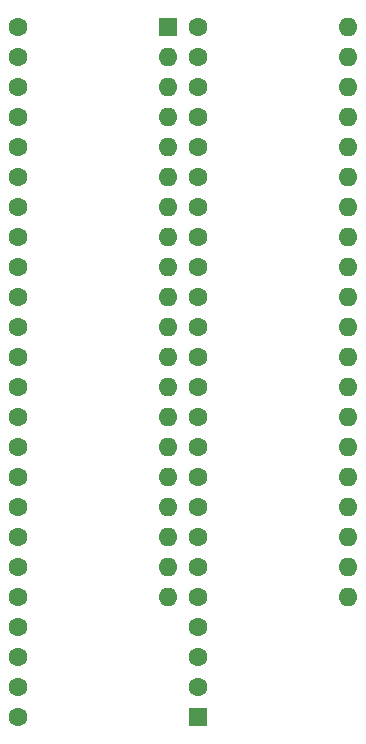
<source format=gbs>
G04 #@! TF.GenerationSoftware,KiCad,Pcbnew,(6.0.5)*
G04 #@! TF.CreationDate,2024-06-24T20:21:06-07:00*
G04 #@! TF.ProjectId,MCL6809_PCB,4d434c36-3830-4395-9f50-43422e6b6963,rev?*
G04 #@! TF.SameCoordinates,Original*
G04 #@! TF.FileFunction,Soldermask,Bot*
G04 #@! TF.FilePolarity,Negative*
%FSLAX46Y46*%
G04 Gerber Fmt 4.6, Leading zero omitted, Abs format (unit mm)*
G04 Created by KiCad (PCBNEW (6.0.5)) date 2024-06-24 20:21:06*
%MOMM*%
%LPD*%
G01*
G04 APERTURE LIST*
%ADD10R,1.600000X1.600000*%
%ADD11C,1.600000*%
%ADD12O,1.600000X1.600000*%
G04 APERTURE END LIST*
D10*
X168910000Y-141224000D03*
D11*
X168910000Y-138684000D03*
X168910000Y-136144000D03*
X168910000Y-133604000D03*
X168910000Y-131064000D03*
X168910000Y-128524000D03*
X168910000Y-125984000D03*
X168910000Y-123444000D03*
X168910000Y-120904000D03*
X168910000Y-118364000D03*
X168910000Y-115824000D03*
X168910000Y-113284000D03*
X168910000Y-110744000D03*
X168910000Y-108204000D03*
X168910000Y-105664000D03*
X168910000Y-103124000D03*
X168910000Y-100584000D03*
X168910000Y-98044000D03*
X168910000Y-95504000D03*
X168910000Y-92964000D03*
X168910000Y-90424000D03*
X168910000Y-87884000D03*
X168910000Y-85344000D03*
X168910000Y-82804000D03*
X153670000Y-82804000D03*
X153670000Y-85344000D03*
X153670000Y-87884000D03*
X153670000Y-90424000D03*
X153670000Y-92964000D03*
X153670000Y-95504000D03*
X153670000Y-98044000D03*
X153670000Y-100584000D03*
X153670000Y-103124000D03*
X153670000Y-105664000D03*
X153670000Y-108204000D03*
X153670000Y-110744000D03*
X153670000Y-113284000D03*
X153670000Y-115824000D03*
X153670000Y-118364000D03*
X153670000Y-120904000D03*
X153670000Y-123444000D03*
X153670000Y-125984000D03*
X153670000Y-128524000D03*
X153670000Y-131064000D03*
X153670000Y-133604000D03*
X153670000Y-136144000D03*
X153670000Y-138684000D03*
X153670000Y-141224000D03*
D10*
X166370000Y-82804000D03*
D12*
X166370000Y-85344000D03*
X166370000Y-87884000D03*
X166370000Y-90424000D03*
X166370000Y-92964000D03*
X166370000Y-95504000D03*
X166370000Y-98044000D03*
X166370000Y-100584000D03*
X166370000Y-103124000D03*
X166370000Y-105664000D03*
X166370000Y-108204000D03*
X166370000Y-110744000D03*
X166370000Y-113284000D03*
X166370000Y-115824000D03*
X166370000Y-118364000D03*
X166370000Y-120904000D03*
X166370000Y-123444000D03*
X166370000Y-125984000D03*
X166370000Y-128524000D03*
X166370000Y-131064000D03*
X181610000Y-131064000D03*
X181610000Y-128524000D03*
X181610000Y-125984000D03*
X181610000Y-123444000D03*
X181610000Y-120904000D03*
X181610000Y-118364000D03*
X181610000Y-115824000D03*
X181610000Y-113284000D03*
X181610000Y-110744000D03*
X181610000Y-108204000D03*
X181610000Y-105664000D03*
X181610000Y-103124000D03*
X181610000Y-100584000D03*
X181610000Y-98044000D03*
X181610000Y-95504000D03*
X181610000Y-92964000D03*
X181610000Y-90424000D03*
X181610000Y-87884000D03*
X181610000Y-85344000D03*
X181610000Y-82804000D03*
M02*

</source>
